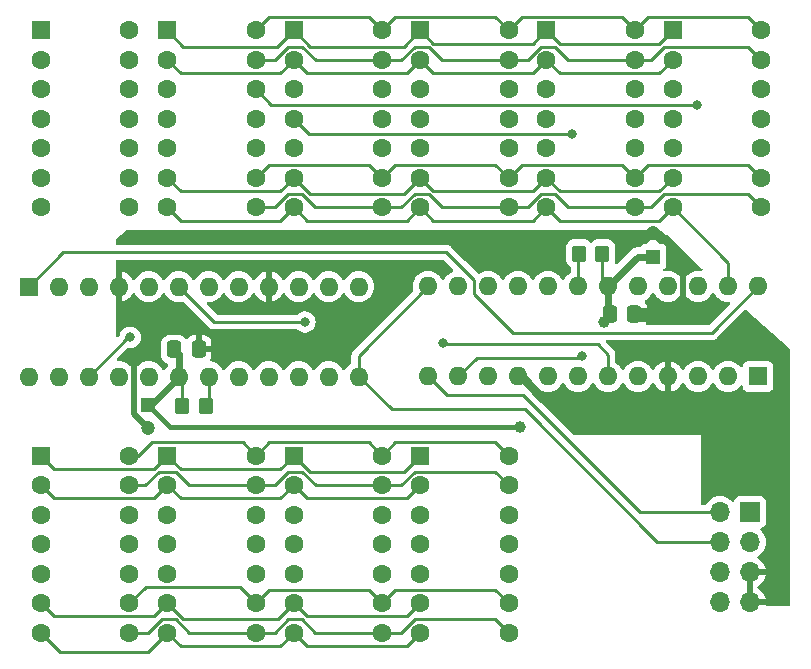
<source format=gtl>
G04 #@! TF.GenerationSoftware,KiCad,Pcbnew,7.0.5*
G04 #@! TF.CreationDate,2024-02-16T17:04:07-05:00*
G04 #@! TF.ProjectId,SoyuzLedBoard,536f7975-7a4c-4656-9442-6f6172642e6b,rev?*
G04 #@! TF.SameCoordinates,Original*
G04 #@! TF.FileFunction,Copper,L1,Top*
G04 #@! TF.FilePolarity,Positive*
%FSLAX46Y46*%
G04 Gerber Fmt 4.6, Leading zero omitted, Abs format (unit mm)*
G04 Created by KiCad (PCBNEW 7.0.5) date 2024-02-16 17:04:07*
%MOMM*%
%LPD*%
G01*
G04 APERTURE LIST*
G04 Aperture macros list*
%AMRoundRect*
0 Rectangle with rounded corners*
0 $1 Rounding radius*
0 $2 $3 $4 $5 $6 $7 $8 $9 X,Y pos of 4 corners*
0 Add a 4 corners polygon primitive as box body*
4,1,4,$2,$3,$4,$5,$6,$7,$8,$9,$2,$3,0*
0 Add four circle primitives for the rounded corners*
1,1,$1+$1,$2,$3*
1,1,$1+$1,$4,$5*
1,1,$1+$1,$6,$7*
1,1,$1+$1,$8,$9*
0 Add four rect primitives between the rounded corners*
20,1,$1+$1,$2,$3,$4,$5,0*
20,1,$1+$1,$4,$5,$6,$7,0*
20,1,$1+$1,$6,$7,$8,$9,0*
20,1,$1+$1,$8,$9,$2,$3,0*%
G04 Aperture macros list end*
G04 #@! TA.AperFunction,ComponentPad*
%ADD10R,1.600000X1.600000*%
G04 #@! TD*
G04 #@! TA.AperFunction,ComponentPad*
%ADD11C,1.600000*%
G04 #@! TD*
G04 #@! TA.AperFunction,SMDPad,CuDef*
%ADD12RoundRect,0.250000X-0.350000X-0.450000X0.350000X-0.450000X0.350000X0.450000X-0.350000X0.450000X0*%
G04 #@! TD*
G04 #@! TA.AperFunction,SMDPad,CuDef*
%ADD13RoundRect,0.250000X0.350000X0.450000X-0.350000X0.450000X-0.350000X-0.450000X0.350000X-0.450000X0*%
G04 #@! TD*
G04 #@! TA.AperFunction,SMDPad,CuDef*
%ADD14RoundRect,0.250000X-0.337500X-0.475000X0.337500X-0.475000X0.337500X0.475000X-0.337500X0.475000X0*%
G04 #@! TD*
G04 #@! TA.AperFunction,ComponentPad*
%ADD15O,1.600000X1.600000*%
G04 #@! TD*
G04 #@! TA.AperFunction,ComponentPad*
%ADD16R,1.200000X1.200000*%
G04 #@! TD*
G04 #@! TA.AperFunction,ComponentPad*
%ADD17C,1.200000*%
G04 #@! TD*
G04 #@! TA.AperFunction,ComponentPad*
%ADD18R,1.700000X1.700000*%
G04 #@! TD*
G04 #@! TA.AperFunction,ComponentPad*
%ADD19O,1.700000X1.700000*%
G04 #@! TD*
G04 #@! TA.AperFunction,ViaPad*
%ADD20C,1.000000*%
G04 #@! TD*
G04 #@! TA.AperFunction,ViaPad*
%ADD21C,0.800000*%
G04 #@! TD*
G04 #@! TA.AperFunction,Conductor*
%ADD22C,0.800000*%
G04 #@! TD*
G04 #@! TA.AperFunction,Conductor*
%ADD23C,0.600000*%
G04 #@! TD*
G04 #@! TA.AperFunction,Conductor*
%ADD24C,0.400000*%
G04 #@! TD*
G04 #@! TA.AperFunction,Conductor*
%ADD25C,0.250000*%
G04 #@! TD*
G04 #@! TA.AperFunction,Conductor*
%ADD26C,0.500000*%
G04 #@! TD*
G04 #@! TA.AperFunction,Conductor*
%ADD27C,0.550000*%
G04 #@! TD*
G04 APERTURE END LIST*
D10*
X120750000Y-28400000D03*
D11*
X120750000Y-30900000D03*
X120750000Y-33400000D03*
X120750000Y-35900000D03*
X120750000Y-38400000D03*
X120750000Y-40900000D03*
X120750000Y-43400000D03*
X128250000Y-43400000D03*
X128250000Y-40900000D03*
X128250000Y-38400000D03*
X128250000Y-35900000D03*
X128250000Y-33400000D03*
X128250000Y-30900000D03*
X128250000Y-28400000D03*
D10*
X110050000Y-28400000D03*
D11*
X110050000Y-30900000D03*
X110050000Y-33400000D03*
X110050000Y-35900000D03*
X110050000Y-38400000D03*
X110050000Y-40900000D03*
X110050000Y-43400000D03*
X117550000Y-43400000D03*
X117550000Y-40900000D03*
X117550000Y-38400000D03*
X117550000Y-35900000D03*
X117550000Y-33400000D03*
X117550000Y-30900000D03*
X117550000Y-28400000D03*
D10*
X99350000Y-28400000D03*
D11*
X99350000Y-30900000D03*
X99350000Y-33400000D03*
X99350000Y-35900000D03*
X99350000Y-38400000D03*
X99350000Y-40900000D03*
X99350000Y-43400000D03*
X106850000Y-43400000D03*
X106850000Y-40900000D03*
X106850000Y-38400000D03*
X106850000Y-35900000D03*
X106850000Y-33400000D03*
X106850000Y-30900000D03*
X106850000Y-28400000D03*
D12*
X112800000Y-47300000D03*
X114800000Y-47300000D03*
D13*
X79200000Y-60200000D03*
X81200000Y-60200000D03*
D14*
X78525000Y-55400000D03*
X80600000Y-55400000D03*
D10*
X77950000Y-64400000D03*
D11*
X77950000Y-66900000D03*
X77950000Y-69400000D03*
X77950000Y-71900000D03*
X77950000Y-74400000D03*
X77950000Y-76900000D03*
X77950000Y-79400000D03*
X85450000Y-79400000D03*
X85450000Y-76900000D03*
X85450000Y-74400000D03*
X85450000Y-71900000D03*
X85450000Y-69400000D03*
X85450000Y-66900000D03*
X85450000Y-64400000D03*
D10*
X99350000Y-64400000D03*
D11*
X99350000Y-66900000D03*
X99350000Y-69400000D03*
X99350000Y-71900000D03*
X99350000Y-74400000D03*
X99350000Y-76900000D03*
X99350000Y-79400000D03*
X106850000Y-79400000D03*
X106850000Y-76900000D03*
X106850000Y-74400000D03*
X106850000Y-71900000D03*
X106850000Y-69400000D03*
X106850000Y-66900000D03*
X106850000Y-64400000D03*
D10*
X67250000Y-64400000D03*
D11*
X67250000Y-66900000D03*
X67250000Y-69400000D03*
X67250000Y-71900000D03*
X67250000Y-74400000D03*
X67250000Y-76900000D03*
X67250000Y-79400000D03*
X74750000Y-79400000D03*
X74750000Y-76900000D03*
X74750000Y-74400000D03*
X74750000Y-71900000D03*
X74750000Y-69400000D03*
X74750000Y-66900000D03*
X74750000Y-64400000D03*
D10*
X88650000Y-64400000D03*
D11*
X88650000Y-66900000D03*
X88650000Y-69400000D03*
X88650000Y-71900000D03*
X88650000Y-74400000D03*
X88650000Y-76900000D03*
X88650000Y-79400000D03*
X96150000Y-79400000D03*
X96150000Y-76900000D03*
X96150000Y-74400000D03*
X96150000Y-71900000D03*
X96150000Y-69400000D03*
X96150000Y-66900000D03*
X96150000Y-64400000D03*
D10*
X77950000Y-28400000D03*
D11*
X77950000Y-30900000D03*
X77950000Y-33400000D03*
X77950000Y-35900000D03*
X77950000Y-38400000D03*
X77950000Y-40900000D03*
X77950000Y-43400000D03*
X85450000Y-43400000D03*
X85450000Y-40900000D03*
X85450000Y-38400000D03*
X85450000Y-35900000D03*
X85450000Y-33400000D03*
X85450000Y-30900000D03*
X85450000Y-28400000D03*
D14*
X115425000Y-52400000D03*
X117500000Y-52400000D03*
D10*
X88650000Y-28400000D03*
D11*
X88650000Y-30900000D03*
X88650000Y-33400000D03*
X88650000Y-35900000D03*
X88650000Y-38400000D03*
X88650000Y-40900000D03*
X88650000Y-43400000D03*
X96150000Y-43400000D03*
X96150000Y-40900000D03*
X96150000Y-38400000D03*
X96150000Y-35900000D03*
X96150000Y-33400000D03*
X96150000Y-30900000D03*
X96150000Y-28400000D03*
D10*
X67250000Y-28400000D03*
D11*
X67250000Y-30900000D03*
X67250000Y-33400000D03*
X67250000Y-35900000D03*
X67250000Y-38400000D03*
X67250000Y-40900000D03*
X67250000Y-43400000D03*
X74750000Y-43400000D03*
X74750000Y-40900000D03*
X74750000Y-38400000D03*
X74750000Y-35900000D03*
X74750000Y-33400000D03*
X74750000Y-30900000D03*
X74750000Y-28400000D03*
D10*
X66225000Y-50100000D03*
D15*
X68765000Y-50100000D03*
X71305000Y-50100000D03*
X73845000Y-50100000D03*
X76385000Y-50100000D03*
X78925000Y-50100000D03*
X81465000Y-50100000D03*
X84005000Y-50100000D03*
X86545000Y-50100000D03*
X89085000Y-50100000D03*
X91625000Y-50100000D03*
X94165000Y-50100000D03*
X94165000Y-57720000D03*
X91625000Y-57720000D03*
X89085000Y-57720000D03*
X86545000Y-57720000D03*
X84005000Y-57720000D03*
X81465000Y-57720000D03*
X78925000Y-57720000D03*
X76385000Y-57720000D03*
X73845000Y-57720000D03*
X71305000Y-57720000D03*
X68765000Y-57720000D03*
X66225000Y-57720000D03*
D16*
X119100000Y-47572600D03*
D17*
X119100000Y-45572600D03*
D18*
X127275000Y-69200000D03*
D19*
X124735000Y-69200000D03*
X127275000Y-71740000D03*
X124735000Y-71740000D03*
X127275000Y-74280000D03*
X124735000Y-74280000D03*
X127275000Y-76820000D03*
X124735000Y-76820000D03*
D10*
X127975000Y-57700000D03*
D15*
X125435000Y-57700000D03*
X122895000Y-57700000D03*
X120355000Y-57700000D03*
X117815000Y-57700000D03*
X115275000Y-57700000D03*
X112735000Y-57700000D03*
X110195000Y-57700000D03*
X107655000Y-57700000D03*
X105115000Y-57700000D03*
X102575000Y-57700000D03*
X100035000Y-57700000D03*
X100035000Y-50080000D03*
X102575000Y-50080000D03*
X105115000Y-50080000D03*
X107655000Y-50080000D03*
X110195000Y-50080000D03*
X112735000Y-50080000D03*
X115275000Y-50080000D03*
X117815000Y-50080000D03*
X120355000Y-50080000D03*
X122895000Y-50080000D03*
X125435000Y-50080000D03*
X127975000Y-50080000D03*
D16*
X76300000Y-60100000D03*
D17*
X76300000Y-62100000D03*
D20*
X97400000Y-46100000D03*
X97400000Y-50200000D03*
X96100000Y-52100000D03*
D21*
X101300000Y-54900000D03*
X74800000Y-54400000D03*
D20*
X107800000Y-62000000D03*
X114900000Y-53100000D03*
D21*
X120300000Y-55400000D03*
X120200000Y-52400000D03*
X113100000Y-56000000D03*
X112200000Y-37200000D03*
X122800000Y-34700000D03*
X89600000Y-53100000D03*
D22*
X107900000Y-57700000D02*
X109800000Y-59600000D01*
D23*
X107655000Y-57700000D02*
X107900000Y-57700000D01*
D24*
X78200000Y-62000000D02*
X76300000Y-60100000D01*
X107800000Y-62000000D02*
X78200000Y-62000000D01*
D25*
X118000000Y-69200000D02*
X124735000Y-69200000D01*
X108100000Y-59300000D02*
X118000000Y-69200000D01*
X100035000Y-57700000D02*
X101635000Y-59300000D01*
X101635000Y-59300000D02*
X108100000Y-59300000D01*
X96945000Y-60500000D02*
X94165000Y-57720000D01*
X108200000Y-60500000D02*
X96945000Y-60500000D01*
X124735000Y-71740000D02*
X119440000Y-71740000D01*
X119440000Y-71740000D02*
X108200000Y-60500000D01*
X103900000Y-50700000D02*
X107200000Y-54000000D01*
X107200000Y-54000000D02*
X124055000Y-54000000D01*
X124055000Y-54000000D02*
X127975000Y-50080000D01*
X101575991Y-47200000D02*
X103900000Y-49524009D01*
X103900000Y-49524009D02*
X103900000Y-50700000D01*
X69125000Y-47200000D02*
X101575991Y-47200000D01*
X66225000Y-50100000D02*
X69125000Y-47200000D01*
X115275000Y-55875000D02*
X115275000Y-57700000D01*
X101300000Y-54900000D02*
X101400000Y-55000000D01*
X101400000Y-55000000D02*
X114400000Y-55000000D01*
X114400000Y-55000000D02*
X115275000Y-55875000D01*
X89950000Y-37200000D02*
X88650000Y-35900000D01*
X112200000Y-37200000D02*
X89950000Y-37200000D01*
X77950000Y-64400000D02*
X79075000Y-65525000D01*
X88650000Y-64400000D02*
X90025000Y-65775000D01*
X76825000Y-65525000D02*
X77950000Y-64400000D01*
X68375000Y-65525000D02*
X76825000Y-65525000D01*
X79075000Y-65525000D02*
X87525000Y-65525000D01*
X90025000Y-65775000D02*
X97975000Y-65775000D01*
X87525000Y-65525000D02*
X88650000Y-64400000D01*
X67250000Y-64400000D02*
X68375000Y-65525000D01*
X97975000Y-65775000D02*
X99350000Y-64400000D01*
X87525000Y-68025000D02*
X88650000Y-66900000D01*
X68375000Y-68025000D02*
X76825000Y-68025000D01*
X98225000Y-68025000D02*
X99350000Y-66900000D01*
X67250000Y-66900000D02*
X68375000Y-68025000D01*
X88650000Y-66900000D02*
X89775000Y-68025000D01*
X79075000Y-68025000D02*
X87525000Y-68025000D01*
X77950000Y-66900000D02*
X79075000Y-68025000D01*
X89775000Y-68025000D02*
X98225000Y-68025000D01*
X76825000Y-68025000D02*
X77950000Y-66900000D01*
X67250000Y-79400000D02*
X68850000Y-81000000D01*
X77950000Y-79400000D02*
X79075000Y-80525000D01*
X87525000Y-80525000D02*
X88650000Y-79400000D01*
X79075000Y-80525000D02*
X87525000Y-80525000D01*
X88650000Y-79400000D02*
X89775000Y-80525000D01*
X76350000Y-81000000D02*
X77950000Y-79400000D01*
X68850000Y-81000000D02*
X76350000Y-81000000D01*
X89775000Y-80525000D02*
X98225000Y-80525000D01*
X98225000Y-80525000D02*
X99350000Y-79400000D01*
X79800000Y-79400000D02*
X85450000Y-79400000D01*
X97759009Y-79400000D02*
X98884009Y-78275000D01*
X74750000Y-79400000D02*
X76359009Y-79400000D01*
X89375000Y-78275000D02*
X90500000Y-79400000D01*
X88184009Y-78275000D02*
X89375000Y-78275000D01*
X85450000Y-79400000D02*
X87059009Y-79400000D01*
X98884009Y-78275000D02*
X105725000Y-78275000D01*
X90500000Y-79400000D02*
X96150000Y-79400000D01*
X87059009Y-79400000D02*
X88184009Y-78275000D01*
X78675000Y-78275000D02*
X79800000Y-79400000D01*
X76359009Y-79400000D02*
X77484009Y-78275000D01*
X77484009Y-78275000D02*
X78675000Y-78275000D01*
X105725000Y-78275000D02*
X106850000Y-79400000D01*
X96150000Y-79400000D02*
X97759009Y-79400000D01*
X105725000Y-75775000D02*
X106850000Y-76900000D01*
X84075000Y-75525000D02*
X85450000Y-76900000D01*
X97275000Y-75775000D02*
X105725000Y-75775000D01*
X86575000Y-75775000D02*
X95025000Y-75775000D01*
X95025000Y-75775000D02*
X96150000Y-76900000D01*
X74625000Y-54400000D02*
X71305000Y-57720000D01*
X76125000Y-75525000D02*
X84075000Y-75525000D01*
X74800000Y-54400000D02*
X74625000Y-54400000D01*
X74750000Y-76900000D02*
X76125000Y-75525000D01*
X96150000Y-76900000D02*
X97275000Y-75775000D01*
X85450000Y-76900000D02*
X86575000Y-75775000D01*
X98884009Y-65775000D02*
X105725000Y-65775000D01*
X74750000Y-66900000D02*
X76100000Y-66900000D01*
X105725000Y-65775000D02*
X106850000Y-66900000D01*
X85450000Y-66900000D02*
X87059009Y-66900000D01*
X76100000Y-66900000D02*
X77225000Y-65775000D01*
X89388604Y-65775000D02*
X90513604Y-66900000D01*
X78688604Y-65775000D02*
X79813604Y-66900000D01*
X88184009Y-65775000D02*
X89388604Y-65775000D01*
X79813604Y-66900000D02*
X85450000Y-66900000D01*
X90513604Y-66900000D02*
X96150000Y-66900000D01*
X77225000Y-65775000D02*
X78688604Y-65775000D01*
X96150000Y-66900000D02*
X97759009Y-66900000D01*
X97759009Y-66900000D02*
X98884009Y-65775000D01*
X87059009Y-66900000D02*
X88184009Y-65775000D01*
X106850000Y-64400000D02*
X105725000Y-63275000D01*
X76625000Y-63275000D02*
X84325000Y-63275000D01*
X105725000Y-63275000D02*
X97275000Y-63275000D01*
X97275000Y-63275000D02*
X96150000Y-64400000D01*
X85450000Y-64400000D02*
X86575000Y-63275000D01*
X74750000Y-64400000D02*
X75500000Y-64400000D01*
X84325000Y-63275000D02*
X85450000Y-64400000D01*
X95025000Y-63275000D02*
X96150000Y-64400000D01*
X86575000Y-63275000D02*
X95025000Y-63275000D01*
X75500000Y-64400000D02*
X76625000Y-63275000D01*
X94165000Y-55950000D02*
X100035000Y-50080000D01*
X94165000Y-57720000D02*
X94165000Y-55950000D01*
X87350000Y-78200000D02*
X88650000Y-76900000D01*
X76825000Y-78025000D02*
X77950000Y-76900000D01*
X98225000Y-78025000D02*
X99350000Y-76900000D01*
X77950000Y-76900000D02*
X79250000Y-78200000D01*
X68375000Y-78025000D02*
X76825000Y-78025000D01*
X89775000Y-78025000D02*
X98225000Y-78025000D01*
X88650000Y-76900000D02*
X89775000Y-78025000D01*
X67250000Y-76900000D02*
X68375000Y-78025000D01*
X79250000Y-78200000D02*
X87350000Y-78200000D01*
D23*
X119100000Y-47572600D02*
X117782400Y-47572600D01*
D25*
X114800000Y-47300000D02*
X114800000Y-49605000D01*
D23*
X115275000Y-50080000D02*
X115275000Y-52250000D01*
D24*
X115425000Y-52400000D02*
X115425000Y-52575000D01*
D23*
X78925000Y-55800000D02*
X78525000Y-55400000D01*
D25*
X79200000Y-57995000D02*
X78925000Y-57720000D01*
D23*
X78925000Y-57720000D02*
X78925000Y-55800000D01*
D25*
X114800000Y-49605000D02*
X115275000Y-50080000D01*
D24*
X115275000Y-52250000D02*
X115425000Y-52400000D01*
D23*
X117782400Y-47572600D02*
X115275000Y-50080000D01*
D25*
X79200000Y-60200000D02*
X79200000Y-57995000D01*
D24*
X115425000Y-52575000D02*
X114900000Y-53100000D01*
D23*
X76545000Y-60100000D02*
X78925000Y-57720000D01*
D24*
X76300000Y-60100000D02*
X76545000Y-60100000D01*
D26*
X118527400Y-45572600D02*
X118000000Y-46100000D01*
X121555000Y-51045000D02*
X120200000Y-52400000D01*
X75185000Y-60985000D02*
X75100000Y-60900000D01*
X119100000Y-45572600D02*
X119586300Y-45572600D01*
X121555000Y-47541300D02*
X121605000Y-47591300D01*
D24*
X117500000Y-52400000D02*
X117900000Y-52800000D01*
X117900000Y-52800000D02*
X119100000Y-52800000D01*
X117800000Y-52100000D02*
X118800000Y-52100000D01*
X80600000Y-55400000D02*
X80600000Y-54800000D01*
D26*
X76300000Y-62100000D02*
X75185000Y-60985000D01*
X121605000Y-47591300D02*
X121605000Y-50995000D01*
D27*
X119100000Y-45572600D02*
X117427400Y-45572600D01*
D24*
X119100000Y-45572600D02*
X118527400Y-45572600D01*
D26*
X121605000Y-50995000D02*
X121555000Y-51045000D01*
X75100000Y-60900000D02*
X75100000Y-56300000D01*
D24*
X117427400Y-45572600D02*
X117100000Y-45900000D01*
D26*
X119586300Y-45572600D02*
X121555000Y-47541300D01*
D25*
X112800000Y-47300000D02*
X112735000Y-47365000D01*
X112735000Y-47365000D02*
X112735000Y-50080000D01*
X81465000Y-59935000D02*
X81200000Y-60200000D01*
X81465000Y-57720000D02*
X81465000Y-59935000D01*
X104150201Y-56124799D02*
X102575000Y-57700000D01*
X113100000Y-56000000D02*
X112975201Y-56124799D01*
X112975201Y-56124799D02*
X104150201Y-56124799D01*
X122800000Y-34700000D02*
X86750000Y-34700000D01*
X86750000Y-34700000D02*
X85450000Y-33400000D01*
X78925000Y-50100000D02*
X81925000Y-53100000D01*
X81925000Y-53100000D02*
X89600000Y-53100000D01*
X99350000Y-28400000D02*
X100475000Y-29525000D01*
X108925000Y-29525000D02*
X110050000Y-28400000D01*
X77950000Y-28400000D02*
X79325000Y-29775000D01*
X87275000Y-29775000D02*
X88650000Y-28400000D01*
X90025000Y-29775000D02*
X97975000Y-29775000D01*
X111175000Y-29525000D02*
X119625000Y-29525000D01*
X119625000Y-29525000D02*
X120750000Y-28400000D01*
X110050000Y-28400000D02*
X111175000Y-29525000D01*
X100475000Y-29525000D02*
X108925000Y-29525000D01*
X79325000Y-29775000D02*
X87275000Y-29775000D01*
X88650000Y-28400000D02*
X90025000Y-29775000D01*
X97975000Y-29775000D02*
X99350000Y-28400000D01*
X88650000Y-30900000D02*
X89775000Y-32025000D01*
X77950000Y-30900000D02*
X79075000Y-32025000D01*
X119625000Y-32025000D02*
X120750000Y-30900000D01*
X79075000Y-32025000D02*
X87525000Y-32025000D01*
X98225000Y-32025000D02*
X99350000Y-30900000D01*
X99350000Y-30900000D02*
X100475000Y-32025000D01*
X108925000Y-32025000D02*
X110050000Y-30900000D01*
X100475000Y-32025000D02*
X108925000Y-32025000D01*
X87525000Y-32025000D02*
X88650000Y-30900000D01*
X110050000Y-30900000D02*
X111175000Y-32025000D01*
X111175000Y-32025000D02*
X119625000Y-32025000D01*
X89775000Y-32025000D02*
X98225000Y-32025000D01*
X89775000Y-44525000D02*
X98225000Y-44525000D01*
X125435000Y-50080000D02*
X125435000Y-48085000D01*
X98225000Y-44525000D02*
X99350000Y-43400000D01*
X88650000Y-43400000D02*
X89775000Y-44525000D01*
X108925000Y-44525000D02*
X110050000Y-43400000D01*
X77950000Y-43400000D02*
X79075000Y-44525000D01*
X79075000Y-44525000D02*
X87525000Y-44525000D01*
X111175000Y-44525000D02*
X119625000Y-44525000D01*
X99350000Y-43400000D02*
X100475000Y-44525000D01*
X87525000Y-44525000D02*
X88650000Y-43400000D01*
X125435000Y-48085000D02*
X120750000Y-43400000D01*
X119625000Y-44525000D02*
X120750000Y-43400000D01*
X110050000Y-43400000D02*
X111175000Y-44525000D01*
X100475000Y-44525000D02*
X108925000Y-44525000D01*
X98884009Y-42275000D02*
X100088604Y-42275000D01*
X108459009Y-43400000D02*
X109584009Y-42275000D01*
X106850000Y-43400000D02*
X108459009Y-43400000D01*
X101213604Y-43400000D02*
X106850000Y-43400000D01*
X85450000Y-43400000D02*
X87059009Y-43400000D01*
X109584009Y-42275000D02*
X110775000Y-42275000D01*
X87059009Y-43400000D02*
X88184009Y-42275000D01*
X110775000Y-42275000D02*
X111900000Y-43400000D01*
X90500000Y-43400000D02*
X96150000Y-43400000D01*
X89375000Y-42275000D02*
X90500000Y-43400000D01*
X111900000Y-43400000D02*
X117550000Y-43400000D01*
X100088604Y-42275000D02*
X101213604Y-43400000D01*
X117550000Y-43400000D02*
X118886396Y-43400000D01*
X97759009Y-43400000D02*
X98884009Y-42275000D01*
X88184009Y-42275000D02*
X89375000Y-42275000D01*
X96150000Y-43400000D02*
X97759009Y-43400000D01*
X127125000Y-42275000D02*
X128250000Y-43400000D01*
X120011396Y-42275000D02*
X127125000Y-42275000D01*
X118886396Y-43400000D02*
X120011396Y-42275000D01*
X117550000Y-40900000D02*
X118675000Y-39775000D01*
X86575000Y-39775000D02*
X95025000Y-39775000D01*
X107975000Y-39775000D02*
X116425000Y-39775000D01*
X85450000Y-40900000D02*
X86575000Y-39775000D01*
X106850000Y-40900000D02*
X107975000Y-39775000D01*
X127125000Y-39775000D02*
X128250000Y-40900000D01*
X97275000Y-39775000D02*
X105725000Y-39775000D01*
X105725000Y-39775000D02*
X106850000Y-40900000D01*
X95025000Y-39775000D02*
X96150000Y-40900000D01*
X96150000Y-40900000D02*
X97275000Y-39775000D01*
X116425000Y-39775000D02*
X117550000Y-40900000D01*
X118675000Y-39775000D02*
X127125000Y-39775000D01*
X85450000Y-30900000D02*
X87059009Y-30900000D01*
X111913604Y-30900000D02*
X117550000Y-30900000D01*
X101213604Y-30900000D02*
X106850000Y-30900000D01*
X87059009Y-30900000D02*
X88184009Y-29775000D01*
X109584009Y-29775000D02*
X110788604Y-29775000D01*
X97759009Y-30900000D02*
X98884009Y-29775000D01*
X98884009Y-29775000D02*
X100088604Y-29775000D01*
X108459009Y-30900000D02*
X109584009Y-29775000D01*
X96150000Y-30900000D02*
X97759009Y-30900000D01*
X127125000Y-29775000D02*
X120025000Y-29775000D01*
X128250000Y-30900000D02*
X127125000Y-29775000D01*
X118900000Y-30900000D02*
X117550000Y-30900000D01*
X90513604Y-30900000D02*
X96150000Y-30900000D01*
X120025000Y-29775000D02*
X118900000Y-30900000D01*
X110788604Y-29775000D02*
X111913604Y-30900000D01*
X100088604Y-29775000D02*
X101213604Y-30900000D01*
X89388604Y-29775000D02*
X90513604Y-30900000D01*
X88184009Y-29775000D02*
X89388604Y-29775000D01*
X106850000Y-30900000D02*
X108459009Y-30900000D01*
X85450000Y-28400000D02*
X86575000Y-27275000D01*
X118675000Y-27275000D02*
X127125000Y-27275000D01*
X117550000Y-28400000D02*
X118675000Y-27275000D01*
X96150000Y-28400000D02*
X97275000Y-27275000D01*
X95025000Y-27275000D02*
X96150000Y-28400000D01*
X127125000Y-27275000D02*
X128250000Y-28400000D01*
X106850000Y-28400000D02*
X107975000Y-27275000D01*
X105725000Y-27275000D02*
X106850000Y-28400000D01*
X86575000Y-27275000D02*
X95025000Y-27275000D01*
X107975000Y-27275000D02*
X116425000Y-27275000D01*
X97275000Y-27275000D02*
X105725000Y-27275000D01*
X116425000Y-27275000D02*
X117550000Y-28400000D01*
X88650000Y-40900000D02*
X90025000Y-42275000D01*
X100475000Y-42025000D02*
X108925000Y-42025000D01*
X119625000Y-42025000D02*
X120750000Y-40900000D01*
X97975000Y-42275000D02*
X99350000Y-40900000D01*
X99350000Y-40900000D02*
X100475000Y-42025000D01*
X79075000Y-42025000D02*
X77950000Y-40900000D01*
X110050000Y-40900000D02*
X111175000Y-42025000D01*
X90025000Y-42275000D02*
X97975000Y-42275000D01*
X87525000Y-42025000D02*
X79075000Y-42025000D01*
X88650000Y-40900000D02*
X87525000Y-42025000D01*
X108925000Y-42025000D02*
X110050000Y-40900000D01*
X111175000Y-42025000D02*
X119625000Y-42025000D01*
G04 #@! TA.AperFunction,Conductor*
G36*
X126953441Y-52088661D02*
G01*
X126992909Y-52112541D01*
X130658806Y-55401320D01*
X130695561Y-55460739D01*
X130700000Y-55493619D01*
X130700000Y-76993267D01*
X130680315Y-77060306D01*
X130627511Y-77106061D01*
X130576106Y-77117267D01*
X128704387Y-77118865D01*
X128637331Y-77099238D01*
X128605904Y-77070350D01*
X128605635Y-77070000D01*
X127708686Y-77070000D01*
X127734493Y-77029844D01*
X127775000Y-76891889D01*
X127775000Y-76748111D01*
X127734493Y-76610156D01*
X127708686Y-76570000D01*
X128605636Y-76570000D01*
X128605635Y-76569999D01*
X128548432Y-76356513D01*
X128548429Y-76356507D01*
X128448600Y-76142422D01*
X128448599Y-76142420D01*
X128313113Y-75948926D01*
X128313108Y-75948920D01*
X128146078Y-75781890D01*
X127959968Y-75651573D01*
X127916343Y-75596996D01*
X127909151Y-75527498D01*
X127940673Y-75465143D01*
X127959969Y-75448424D01*
X128146079Y-75318108D01*
X128313105Y-75151082D01*
X128448600Y-74957578D01*
X128548429Y-74743492D01*
X128548432Y-74743486D01*
X128605636Y-74530000D01*
X127708686Y-74530000D01*
X127734493Y-74489844D01*
X127775000Y-74351889D01*
X127775000Y-74208111D01*
X127734493Y-74070156D01*
X127708686Y-74030000D01*
X128605636Y-74030000D01*
X128605635Y-74029999D01*
X128548432Y-73816513D01*
X128548429Y-73816507D01*
X128448600Y-73602422D01*
X128448599Y-73602420D01*
X128313113Y-73408926D01*
X128313108Y-73408920D01*
X128146078Y-73241890D01*
X127960405Y-73111879D01*
X127916780Y-73057302D01*
X127909588Y-72987804D01*
X127941110Y-72925449D01*
X127960406Y-72908730D01*
X127972807Y-72900047D01*
X128146401Y-72778495D01*
X128313495Y-72611401D01*
X128449035Y-72417830D01*
X128548903Y-72203663D01*
X128610063Y-71975408D01*
X128630659Y-71740000D01*
X128610063Y-71504592D01*
X128548903Y-71276337D01*
X128449035Y-71062171D01*
X128448651Y-71061623D01*
X128313496Y-70868600D01*
X128313493Y-70868597D01*
X128191567Y-70746671D01*
X128158084Y-70685351D01*
X128163068Y-70615659D01*
X128204939Y-70559725D01*
X128235915Y-70542810D01*
X128367331Y-70493796D01*
X128482546Y-70407546D01*
X128568796Y-70292331D01*
X128619091Y-70157483D01*
X128625500Y-70097873D01*
X128625499Y-68302128D01*
X128619091Y-68242517D01*
X128617810Y-68239083D01*
X128568797Y-68107671D01*
X128568793Y-68107664D01*
X128482547Y-67992455D01*
X128482544Y-67992452D01*
X128367335Y-67906206D01*
X128367328Y-67906202D01*
X128232482Y-67855908D01*
X128232483Y-67855908D01*
X128172883Y-67849501D01*
X128172881Y-67849500D01*
X128172873Y-67849500D01*
X128172864Y-67849500D01*
X126377129Y-67849500D01*
X126377123Y-67849501D01*
X126317516Y-67855908D01*
X126182671Y-67906202D01*
X126182664Y-67906206D01*
X126067455Y-67992452D01*
X126067452Y-67992455D01*
X125981206Y-68107664D01*
X125981203Y-68107669D01*
X125932189Y-68239083D01*
X125890317Y-68295016D01*
X125824853Y-68319433D01*
X125756580Y-68304581D01*
X125728326Y-68283430D01*
X125606402Y-68161506D01*
X125606395Y-68161501D01*
X125412834Y-68025967D01*
X125412830Y-68025965D01*
X125412828Y-68025964D01*
X125198663Y-67926097D01*
X125198659Y-67926096D01*
X125198655Y-67926094D01*
X124970413Y-67864938D01*
X124970403Y-67864936D01*
X124735001Y-67844341D01*
X124734999Y-67844341D01*
X124499596Y-67864936D01*
X124499586Y-67864938D01*
X124271344Y-67926094D01*
X124271335Y-67926098D01*
X124057171Y-68025964D01*
X124057169Y-68025965D01*
X123863597Y-68161505D01*
X123696505Y-68328597D01*
X123561348Y-68521623D01*
X123506771Y-68565248D01*
X123459773Y-68574500D01*
X123224000Y-68574500D01*
X123156961Y-68554815D01*
X123111206Y-68502011D01*
X123100000Y-68450500D01*
X123100000Y-62703847D01*
X112436370Y-62700456D01*
X112369336Y-62680750D01*
X112348728Y-62664137D01*
X108600803Y-58916212D01*
X108590980Y-58903950D01*
X108590759Y-58904134D01*
X108585786Y-58898122D01*
X108536065Y-58851431D01*
X108534663Y-58850072D01*
X108526710Y-58842118D01*
X108493229Y-58780793D01*
X108498218Y-58711101D01*
X108526716Y-58666762D01*
X108654657Y-58538820D01*
X108785132Y-58352484D01*
X108812341Y-58294134D01*
X108858513Y-58241695D01*
X108925707Y-58222542D01*
X108992588Y-58242757D01*
X109037106Y-58294133D01*
X109064431Y-58352732D01*
X109064432Y-58352734D01*
X109194954Y-58539141D01*
X109355858Y-58700045D01*
X109355861Y-58700047D01*
X109542266Y-58830568D01*
X109748504Y-58926739D01*
X109968308Y-58985635D01*
X110125780Y-58999412D01*
X110194998Y-59005468D01*
X110195000Y-59005468D01*
X110195002Y-59005468D01*
X110264220Y-58999412D01*
X110421692Y-58985635D01*
X110641496Y-58926739D01*
X110847734Y-58830568D01*
X111034139Y-58700047D01*
X111195047Y-58539139D01*
X111325568Y-58352734D01*
X111352618Y-58294724D01*
X111398790Y-58242285D01*
X111465983Y-58223133D01*
X111532865Y-58243348D01*
X111577382Y-58294725D01*
X111604429Y-58352728D01*
X111604432Y-58352734D01*
X111734954Y-58539141D01*
X111895858Y-58700045D01*
X111895861Y-58700047D01*
X112082266Y-58830568D01*
X112288504Y-58926739D01*
X112508308Y-58985635D01*
X112665780Y-58999412D01*
X112734998Y-59005468D01*
X112735000Y-59005468D01*
X112735002Y-59005468D01*
X112804220Y-58999412D01*
X112961692Y-58985635D01*
X113181496Y-58926739D01*
X113387734Y-58830568D01*
X113574139Y-58700047D01*
X113735047Y-58539139D01*
X113865568Y-58352734D01*
X113892618Y-58294724D01*
X113938790Y-58242285D01*
X114005983Y-58223133D01*
X114072865Y-58243348D01*
X114117382Y-58294725D01*
X114144429Y-58352728D01*
X114144432Y-58352734D01*
X114274954Y-58539141D01*
X114435858Y-58700045D01*
X114435861Y-58700047D01*
X114622266Y-58830568D01*
X114828504Y-58926739D01*
X115048308Y-58985635D01*
X115205780Y-58999412D01*
X115274998Y-59005468D01*
X115275000Y-59005468D01*
X115275002Y-59005468D01*
X115344220Y-58999412D01*
X115501692Y-58985635D01*
X115721496Y-58926739D01*
X115927734Y-58830568D01*
X116114139Y-58700047D01*
X116275047Y-58539139D01*
X116405568Y-58352734D01*
X116432618Y-58294724D01*
X116478790Y-58242285D01*
X116545983Y-58223133D01*
X116612865Y-58243348D01*
X116657382Y-58294725D01*
X116684429Y-58352728D01*
X116684432Y-58352734D01*
X116814954Y-58539141D01*
X116975858Y-58700045D01*
X116975861Y-58700047D01*
X117162266Y-58830568D01*
X117368504Y-58926739D01*
X117588308Y-58985635D01*
X117745780Y-58999412D01*
X117814998Y-59005468D01*
X117815000Y-59005468D01*
X117815002Y-59005468D01*
X117884220Y-58999412D01*
X118041692Y-58985635D01*
X118261496Y-58926739D01*
X118467734Y-58830568D01*
X118654139Y-58700047D01*
X118815047Y-58539139D01*
X118945568Y-58352734D01*
X118972895Y-58294129D01*
X119019064Y-58241695D01*
X119086257Y-58222542D01*
X119153139Y-58242757D01*
X119197657Y-58294133D01*
X119224865Y-58352482D01*
X119355342Y-58538820D01*
X119516179Y-58699657D01*
X119702517Y-58830134D01*
X119908673Y-58926265D01*
X119908679Y-58926268D01*
X120104998Y-58978871D01*
X120104999Y-58978871D01*
X120104999Y-58015685D01*
X120116955Y-58027641D01*
X120229852Y-58085165D01*
X120323519Y-58100000D01*
X120386481Y-58100000D01*
X120480148Y-58085165D01*
X120593045Y-58027641D01*
X120605000Y-58015685D01*
X120605000Y-58978872D01*
X120801317Y-58926269D01*
X120801326Y-58926265D01*
X121007482Y-58830134D01*
X121193820Y-58699657D01*
X121354657Y-58538820D01*
X121485132Y-58352484D01*
X121512341Y-58294134D01*
X121558513Y-58241695D01*
X121625707Y-58222542D01*
X121692588Y-58242757D01*
X121737106Y-58294133D01*
X121764431Y-58352732D01*
X121764432Y-58352734D01*
X121894954Y-58539141D01*
X122055858Y-58700045D01*
X122055861Y-58700047D01*
X122242266Y-58830568D01*
X122448504Y-58926739D01*
X122668308Y-58985635D01*
X122825780Y-58999412D01*
X122894998Y-59005468D01*
X122895000Y-59005468D01*
X122895002Y-59005468D01*
X122964220Y-58999412D01*
X123121692Y-58985635D01*
X123341496Y-58926739D01*
X123547734Y-58830568D01*
X123734139Y-58700047D01*
X123895047Y-58539139D01*
X124025568Y-58352734D01*
X124052618Y-58294724D01*
X124098790Y-58242285D01*
X124165983Y-58223133D01*
X124232865Y-58243348D01*
X124277382Y-58294725D01*
X124304429Y-58352728D01*
X124304432Y-58352734D01*
X124434954Y-58539141D01*
X124595858Y-58700045D01*
X124595861Y-58700047D01*
X124782266Y-58830568D01*
X124988504Y-58926739D01*
X125208308Y-58985635D01*
X125365780Y-58999412D01*
X125434998Y-59005468D01*
X125435000Y-59005468D01*
X125435002Y-59005468D01*
X125504220Y-58999412D01*
X125661692Y-58985635D01*
X125881496Y-58926739D01*
X126087734Y-58830568D01*
X126274139Y-58700047D01*
X126435047Y-58539139D01*
X126452271Y-58514539D01*
X126506848Y-58470913D01*
X126576346Y-58463718D01*
X126638701Y-58495239D01*
X126674116Y-58555468D01*
X126677138Y-58572406D01*
X126680908Y-58607483D01*
X126731202Y-58742328D01*
X126731206Y-58742335D01*
X126817452Y-58857544D01*
X126817455Y-58857547D01*
X126932664Y-58943793D01*
X126932671Y-58943797D01*
X127067517Y-58994091D01*
X127067516Y-58994091D01*
X127074444Y-58994835D01*
X127127127Y-59000500D01*
X128822872Y-59000499D01*
X128882483Y-58994091D01*
X129017331Y-58943796D01*
X129132546Y-58857546D01*
X129218796Y-58742331D01*
X129269091Y-58607483D01*
X129275500Y-58547873D01*
X129275499Y-56852128D01*
X129269091Y-56792517D01*
X129268925Y-56792073D01*
X129218797Y-56657671D01*
X129218793Y-56657664D01*
X129132547Y-56542455D01*
X129132544Y-56542452D01*
X129017335Y-56456206D01*
X129017328Y-56456202D01*
X128882482Y-56405908D01*
X128882483Y-56405908D01*
X128822883Y-56399501D01*
X128822881Y-56399500D01*
X128822873Y-56399500D01*
X128822864Y-56399500D01*
X127127129Y-56399500D01*
X127127123Y-56399501D01*
X127067516Y-56405908D01*
X126932671Y-56456202D01*
X126932664Y-56456206D01*
X126817455Y-56542452D01*
X126817452Y-56542455D01*
X126731206Y-56657664D01*
X126731202Y-56657671D01*
X126680908Y-56792516D01*
X126677137Y-56827596D01*
X126650398Y-56892146D01*
X126593006Y-56931994D01*
X126523180Y-56934487D01*
X126463092Y-56898834D01*
X126452273Y-56885462D01*
X126435045Y-56860858D01*
X126274141Y-56699954D01*
X126087734Y-56569432D01*
X126087732Y-56569431D01*
X125881497Y-56473261D01*
X125881488Y-56473258D01*
X125661697Y-56414366D01*
X125661693Y-56414365D01*
X125661692Y-56414365D01*
X125661691Y-56414364D01*
X125661686Y-56414364D01*
X125435002Y-56394532D01*
X125434998Y-56394532D01*
X125208313Y-56414364D01*
X125208302Y-56414366D01*
X124988511Y-56473258D01*
X124988502Y-56473261D01*
X124782267Y-56569431D01*
X124782265Y-56569432D01*
X124595858Y-56699954D01*
X124434954Y-56860858D01*
X124304432Y-57047265D01*
X124304431Y-57047267D01*
X124277382Y-57105275D01*
X124231209Y-57157714D01*
X124164016Y-57176866D01*
X124097135Y-57156650D01*
X124052618Y-57105275D01*
X124025568Y-57047266D01*
X123907900Y-56879217D01*
X123895045Y-56860858D01*
X123734141Y-56699954D01*
X123547734Y-56569432D01*
X123547732Y-56569431D01*
X123341497Y-56473261D01*
X123341488Y-56473258D01*
X123121697Y-56414366D01*
X123121693Y-56414365D01*
X123121692Y-56414365D01*
X123121691Y-56414364D01*
X123121686Y-56414364D01*
X122895002Y-56394532D01*
X122894998Y-56394532D01*
X122668313Y-56414364D01*
X122668302Y-56414366D01*
X122448511Y-56473258D01*
X122448502Y-56473261D01*
X122242267Y-56569431D01*
X122242265Y-56569432D01*
X122055858Y-56699954D01*
X121894954Y-56860858D01*
X121764433Y-57047264D01*
X121764432Y-57047266D01*
X121764315Y-57047518D01*
X121737106Y-57105867D01*
X121690933Y-57158306D01*
X121623739Y-57177457D01*
X121556858Y-57157241D01*
X121512342Y-57105865D01*
X121485135Y-57047520D01*
X121485134Y-57047518D01*
X121354657Y-56861179D01*
X121193820Y-56700342D01*
X121007482Y-56569865D01*
X120801328Y-56473734D01*
X120605000Y-56421127D01*
X120605000Y-57384314D01*
X120593045Y-57372359D01*
X120480148Y-57314835D01*
X120386481Y-57300000D01*
X120323519Y-57300000D01*
X120229852Y-57314835D01*
X120116955Y-57372359D01*
X120104999Y-57384314D01*
X120104999Y-56421127D01*
X119908672Y-56473734D01*
X119702517Y-56569865D01*
X119516179Y-56700342D01*
X119355342Y-56861179D01*
X119224867Y-57047515D01*
X119197657Y-57105867D01*
X119151484Y-57158306D01*
X119084290Y-57177457D01*
X119017409Y-57157241D01*
X118972893Y-57105865D01*
X118954894Y-57067267D01*
X118945568Y-57047266D01*
X118827900Y-56879217D01*
X118815045Y-56860858D01*
X118654141Y-56699954D01*
X118467734Y-56569432D01*
X118467732Y-56569431D01*
X118261497Y-56473261D01*
X118261488Y-56473258D01*
X118041697Y-56414366D01*
X118041693Y-56414365D01*
X118041692Y-56414365D01*
X118041691Y-56414364D01*
X118041686Y-56414364D01*
X117815002Y-56394532D01*
X117814998Y-56394532D01*
X117588313Y-56414364D01*
X117588302Y-56414366D01*
X117368511Y-56473258D01*
X117368502Y-56473261D01*
X117162267Y-56569431D01*
X117162265Y-56569432D01*
X116975858Y-56699954D01*
X116814954Y-56860858D01*
X116684432Y-57047265D01*
X116684431Y-57047267D01*
X116657382Y-57105275D01*
X116611209Y-57157714D01*
X116544016Y-57176866D01*
X116477135Y-57156650D01*
X116432618Y-57105275D01*
X116405568Y-57047266D01*
X116287900Y-56879217D01*
X116275045Y-56860858D01*
X116114140Y-56699953D01*
X115953377Y-56587386D01*
X115909752Y-56532809D01*
X115900500Y-56485811D01*
X115900500Y-55957742D01*
X115902224Y-55942122D01*
X115901939Y-55942096D01*
X115902673Y-55934333D01*
X115900531Y-55866152D01*
X115900500Y-55864205D01*
X115900500Y-55835654D01*
X115900500Y-55835650D01*
X115899631Y-55828772D01*
X115899172Y-55822943D01*
X115897709Y-55776372D01*
X115892122Y-55757144D01*
X115888174Y-55738084D01*
X115885663Y-55718204D01*
X115868512Y-55674887D01*
X115866619Y-55669358D01*
X115853618Y-55624609D01*
X115853616Y-55624606D01*
X115843423Y-55607371D01*
X115834861Y-55589894D01*
X115827487Y-55571270D01*
X115827486Y-55571268D01*
X115800079Y-55533545D01*
X115796888Y-55528686D01*
X115773172Y-55488583D01*
X115773165Y-55488574D01*
X115759006Y-55474415D01*
X115746368Y-55459619D01*
X115734594Y-55443413D01*
X115698688Y-55413709D01*
X115694376Y-55409786D01*
X115121772Y-54837181D01*
X115088287Y-54775858D01*
X115093271Y-54706166D01*
X115135143Y-54650233D01*
X115200607Y-54625816D01*
X115209453Y-54625500D01*
X123972257Y-54625500D01*
X123987877Y-54627224D01*
X123987904Y-54626939D01*
X123995666Y-54627673D01*
X123995666Y-54627672D01*
X123995667Y-54627673D01*
X123998999Y-54627568D01*
X124063847Y-54625531D01*
X124065794Y-54625500D01*
X124094347Y-54625500D01*
X124094350Y-54625500D01*
X124101228Y-54624630D01*
X124107041Y-54624172D01*
X124153627Y-54622709D01*
X124172869Y-54617117D01*
X124191912Y-54613174D01*
X124211792Y-54610664D01*
X124255122Y-54593507D01*
X124260646Y-54591617D01*
X124272204Y-54588259D01*
X124305390Y-54578618D01*
X124322629Y-54568422D01*
X124340103Y-54559862D01*
X124358727Y-54552488D01*
X124358727Y-54552487D01*
X124358732Y-54552486D01*
X124396449Y-54525082D01*
X124401305Y-54521892D01*
X124441420Y-54498170D01*
X124455589Y-54483999D01*
X124470379Y-54471368D01*
X124486587Y-54459594D01*
X124516299Y-54423676D01*
X124520212Y-54419376D01*
X126822429Y-52117159D01*
X126883749Y-52083677D01*
X126953441Y-52088661D01*
G37*
G04 #@! TD.AperFunction*
G04 #@! TA.AperFunction,Conductor*
G36*
X127525000Y-76384498D02*
G01*
X127417315Y-76335320D01*
X127310763Y-76320000D01*
X127239237Y-76320000D01*
X127132685Y-76335320D01*
X127025000Y-76384498D01*
X127025000Y-74715501D01*
X127132685Y-74764680D01*
X127239237Y-74780000D01*
X127310763Y-74780000D01*
X127417315Y-74764680D01*
X127525000Y-74715501D01*
X127525000Y-76384498D01*
G37*
G04 #@! TD.AperFunction*
G04 #@! TA.AperFunction,Conductor*
G36*
X101332578Y-47845185D02*
G01*
X101353220Y-47861819D01*
X102150699Y-48659298D01*
X102184184Y-48720621D01*
X102179200Y-48790313D01*
X102137328Y-48846246D01*
X102115423Y-48859361D01*
X101922267Y-48949431D01*
X101922265Y-48949432D01*
X101735858Y-49079954D01*
X101574954Y-49240858D01*
X101444432Y-49427265D01*
X101444431Y-49427267D01*
X101417382Y-49485275D01*
X101371209Y-49537714D01*
X101304016Y-49556866D01*
X101237135Y-49536650D01*
X101192618Y-49485275D01*
X101192618Y-49485274D01*
X101165568Y-49427266D01*
X101035047Y-49240861D01*
X101035045Y-49240858D01*
X100874141Y-49079954D01*
X100687734Y-48949432D01*
X100687732Y-48949431D01*
X100481497Y-48853261D01*
X100481488Y-48853258D01*
X100261697Y-48794366D01*
X100261693Y-48794365D01*
X100261692Y-48794365D01*
X100261691Y-48794364D01*
X100261686Y-48794364D01*
X100035002Y-48774532D01*
X100034998Y-48774532D01*
X99808313Y-48794364D01*
X99808302Y-48794366D01*
X99588511Y-48853258D01*
X99588502Y-48853261D01*
X99382267Y-48949431D01*
X99382265Y-48949432D01*
X99195858Y-49079954D01*
X99034954Y-49240858D01*
X98904432Y-49427265D01*
X98904431Y-49427267D01*
X98808261Y-49633502D01*
X98808258Y-49633511D01*
X98749366Y-49853302D01*
X98749364Y-49853313D01*
X98729532Y-50079998D01*
X98729532Y-50080000D01*
X98749365Y-50306691D01*
X98749366Y-50306697D01*
X98767680Y-50375048D01*
X98766017Y-50444897D01*
X98735586Y-50494821D01*
X93781208Y-55449199D01*
X93768951Y-55459020D01*
X93769134Y-55459241D01*
X93763122Y-55464214D01*
X93716432Y-55513932D01*
X93715079Y-55515329D01*
X93694889Y-55535519D01*
X93694877Y-55535532D01*
X93690621Y-55541017D01*
X93686837Y-55545447D01*
X93654937Y-55579418D01*
X93654936Y-55579420D01*
X93645284Y-55596976D01*
X93634610Y-55613226D01*
X93622329Y-55629061D01*
X93622324Y-55629068D01*
X93603815Y-55671838D01*
X93601245Y-55677084D01*
X93578803Y-55717906D01*
X93573822Y-55737307D01*
X93567521Y-55755710D01*
X93559562Y-55774102D01*
X93559561Y-55774105D01*
X93552271Y-55820127D01*
X93551087Y-55825846D01*
X93539501Y-55870972D01*
X93539500Y-55870982D01*
X93539500Y-55891016D01*
X93537973Y-55910415D01*
X93534840Y-55930194D01*
X93534840Y-55930195D01*
X93539225Y-55976583D01*
X93539500Y-55982421D01*
X93539500Y-56505811D01*
X93519815Y-56572850D01*
X93486623Y-56607386D01*
X93325859Y-56719953D01*
X93164954Y-56880858D01*
X93034432Y-57067265D01*
X93034431Y-57067267D01*
X93007382Y-57125275D01*
X92961209Y-57177714D01*
X92894016Y-57196866D01*
X92827135Y-57176650D01*
X92782618Y-57125275D01*
X92755568Y-57067267D01*
X92755567Y-57067265D01*
X92741564Y-57047267D01*
X92625047Y-56880861D01*
X92625045Y-56880858D01*
X92464141Y-56719954D01*
X92277734Y-56589432D01*
X92277732Y-56589431D01*
X92071497Y-56493261D01*
X92071488Y-56493258D01*
X91851697Y-56434366D01*
X91851693Y-56434365D01*
X91851692Y-56434365D01*
X91851691Y-56434364D01*
X91851686Y-56434364D01*
X91625002Y-56414532D01*
X91624998Y-56414532D01*
X91398313Y-56434364D01*
X91398302Y-56434366D01*
X91178511Y-56493258D01*
X91178502Y-56493261D01*
X90972267Y-56589431D01*
X90972265Y-56589432D01*
X90785858Y-56719954D01*
X90624954Y-56880858D01*
X90494432Y-57067265D01*
X90494431Y-57067267D01*
X90467382Y-57125275D01*
X90421209Y-57177714D01*
X90354016Y-57196866D01*
X90287135Y-57176650D01*
X90242618Y-57125275D01*
X90215568Y-57067267D01*
X90215567Y-57067265D01*
X90201564Y-57047267D01*
X90085047Y-56880861D01*
X90085045Y-56880858D01*
X89924141Y-56719954D01*
X89737734Y-56589432D01*
X89737732Y-56589431D01*
X89531497Y-56493261D01*
X89531488Y-56493258D01*
X89311697Y-56434366D01*
X89311693Y-56434365D01*
X89311692Y-56434365D01*
X89311691Y-56434364D01*
X89311686Y-56434364D01*
X89085002Y-56414532D01*
X89084998Y-56414532D01*
X88858313Y-56434364D01*
X88858302Y-56434366D01*
X88638511Y-56493258D01*
X88638502Y-56493261D01*
X88432267Y-56589431D01*
X88432265Y-56589432D01*
X88245858Y-56719954D01*
X88084954Y-56880858D01*
X87954432Y-57067265D01*
X87954431Y-57067267D01*
X87927382Y-57125275D01*
X87881209Y-57177714D01*
X87814016Y-57196866D01*
X87747135Y-57176650D01*
X87702618Y-57125275D01*
X87675568Y-57067267D01*
X87675567Y-57067265D01*
X87661564Y-57047267D01*
X87545047Y-56880861D01*
X87545045Y-56880858D01*
X87384141Y-56719954D01*
X87197734Y-56589432D01*
X87197732Y-56589431D01*
X86991497Y-56493261D01*
X86991488Y-56493258D01*
X86771697Y-56434366D01*
X86771693Y-56434365D01*
X86771692Y-56434365D01*
X86771691Y-56434364D01*
X86771686Y-56434364D01*
X86545002Y-56414532D01*
X86544998Y-56414532D01*
X86318313Y-56434364D01*
X86318302Y-56434366D01*
X86098511Y-56493258D01*
X86098502Y-56493261D01*
X85892267Y-56589431D01*
X85892265Y-56589432D01*
X85705858Y-56719954D01*
X85544954Y-56880858D01*
X85414432Y-57067265D01*
X85414431Y-57067267D01*
X85387382Y-57125275D01*
X85341209Y-57177714D01*
X85274016Y-57196866D01*
X85207135Y-57176650D01*
X85162618Y-57125275D01*
X85135568Y-57067267D01*
X85135567Y-57067265D01*
X85121564Y-57047267D01*
X85005047Y-56880861D01*
X85005045Y-56880858D01*
X84844141Y-56719954D01*
X84657734Y-56589432D01*
X84657732Y-56589431D01*
X84451497Y-56493261D01*
X84451488Y-56493258D01*
X84231697Y-56434366D01*
X84231693Y-56434365D01*
X84231692Y-56434365D01*
X84231691Y-56434364D01*
X84231686Y-56434364D01*
X84005002Y-56414532D01*
X84004998Y-56414532D01*
X83778313Y-56434364D01*
X83778302Y-56434366D01*
X83558511Y-56493258D01*
X83558502Y-56493261D01*
X83352267Y-56589431D01*
X83352265Y-56589432D01*
X83165858Y-56719954D01*
X83004954Y-56880858D01*
X82874432Y-57067265D01*
X82874431Y-57067267D01*
X82847382Y-57125275D01*
X82801209Y-57177714D01*
X82734016Y-57196866D01*
X82667135Y-57176650D01*
X82622618Y-57125275D01*
X82595568Y-57067267D01*
X82595567Y-57067265D01*
X82581564Y-57047267D01*
X82465047Y-56880861D01*
X82465045Y-56880858D01*
X82304141Y-56719954D01*
X82117734Y-56589432D01*
X82117732Y-56589431D01*
X81911497Y-56493261D01*
X81911488Y-56493258D01*
X81691697Y-56434366D01*
X81691693Y-56434365D01*
X81691692Y-56434365D01*
X81691689Y-56434364D01*
X81691679Y-56434363D01*
X81685097Y-56433787D01*
X81620030Y-56408330D01*
X81579055Y-56351736D01*
X81575182Y-56281974D01*
X81590375Y-56245162D01*
X81621855Y-56194125D01*
X81621858Y-56194119D01*
X81677005Y-56027697D01*
X81677006Y-56027690D01*
X81687499Y-55924986D01*
X81687500Y-55924973D01*
X81687500Y-55650000D01*
X80474000Y-55650000D01*
X80406961Y-55630315D01*
X80361206Y-55577511D01*
X80350000Y-55526000D01*
X80350000Y-54175000D01*
X80850000Y-54175000D01*
X80850000Y-55150000D01*
X81687499Y-55150000D01*
X81687499Y-54875028D01*
X81687498Y-54875013D01*
X81677005Y-54772302D01*
X81621858Y-54605880D01*
X81621856Y-54605875D01*
X81529815Y-54456654D01*
X81405845Y-54332684D01*
X81256624Y-54240643D01*
X81256619Y-54240641D01*
X81090197Y-54185494D01*
X81090190Y-54185493D01*
X80987486Y-54175000D01*
X80850000Y-54175000D01*
X80350000Y-54175000D01*
X80212527Y-54175000D01*
X80212512Y-54175001D01*
X80109802Y-54185494D01*
X79943380Y-54240641D01*
X79943375Y-54240643D01*
X79794154Y-54332684D01*
X79670183Y-54456655D01*
X79670179Y-54456660D01*
X79668326Y-54459665D01*
X79666518Y-54461290D01*
X79665702Y-54462323D01*
X79665525Y-54462183D01*
X79616374Y-54506385D01*
X79547411Y-54517601D01*
X79483331Y-54489752D01*
X79457253Y-54459653D01*
X79457217Y-54459594D01*
X79455212Y-54456344D01*
X79331156Y-54332288D01*
X79204287Y-54254035D01*
X79181836Y-54240187D01*
X79181831Y-54240185D01*
X79142376Y-54227111D01*
X79015297Y-54185001D01*
X79015295Y-54185000D01*
X78912510Y-54174500D01*
X78137498Y-54174500D01*
X78137480Y-54174501D01*
X78034703Y-54185000D01*
X78034700Y-54185001D01*
X77868168Y-54240185D01*
X77868163Y-54240187D01*
X77718842Y-54332289D01*
X77594789Y-54456342D01*
X77502687Y-54605663D01*
X77502685Y-54605668D01*
X77487918Y-54650233D01*
X77447501Y-54772203D01*
X77447501Y-54772204D01*
X77447500Y-54772204D01*
X77437000Y-54874983D01*
X77437000Y-55925001D01*
X77437001Y-55925019D01*
X77447500Y-56027796D01*
X77447501Y-56027799D01*
X77502685Y-56194331D01*
X77502687Y-56194336D01*
X77519834Y-56222135D01*
X77594788Y-56343656D01*
X77718844Y-56467712D01*
X77868166Y-56559814D01*
X77961130Y-56590619D01*
X78018575Y-56630392D01*
X78045398Y-56694908D01*
X78033083Y-56763683D01*
X78009807Y-56796006D01*
X77924954Y-56880858D01*
X77794432Y-57067265D01*
X77794431Y-57067267D01*
X77767382Y-57125275D01*
X77721209Y-57177714D01*
X77654016Y-57196866D01*
X77587135Y-57176650D01*
X77542618Y-57125275D01*
X77515568Y-57067267D01*
X77515567Y-57067265D01*
X77501564Y-57047267D01*
X77385047Y-56880861D01*
X77385045Y-56880858D01*
X77224141Y-56719954D01*
X77037734Y-56589432D01*
X77037732Y-56589431D01*
X76831497Y-56493261D01*
X76831488Y-56493258D01*
X76611697Y-56434366D01*
X76611693Y-56434365D01*
X76611692Y-56434365D01*
X76611691Y-56434364D01*
X76611686Y-56434364D01*
X76385002Y-56414532D01*
X76384998Y-56414532D01*
X76158313Y-56434364D01*
X76158302Y-56434366D01*
X75938511Y-56493258D01*
X75938502Y-56493261D01*
X75732267Y-56589431D01*
X75732265Y-56589432D01*
X75545858Y-56719954D01*
X75467532Y-56798279D01*
X75406209Y-56831764D01*
X75378416Y-56834589D01*
X74842505Y-56828384D01*
X74775698Y-56807924D01*
X74756260Y-56792073D01*
X74684141Y-56719954D01*
X74497734Y-56589432D01*
X74497732Y-56589431D01*
X74291497Y-56493261D01*
X74291488Y-56493258D01*
X74071697Y-56434366D01*
X74071693Y-56434365D01*
X74071692Y-56434365D01*
X74071691Y-56434364D01*
X74071686Y-56434364D01*
X73845002Y-56414532D01*
X73844996Y-56414532D01*
X73800895Y-56418390D01*
X73732395Y-56404623D01*
X73682213Y-56356007D01*
X73666280Y-56287978D01*
X73689656Y-56222135D01*
X73702402Y-56207187D01*
X74578359Y-55331230D01*
X74639680Y-55297747D01*
X74691819Y-55297623D01*
X74705354Y-55300500D01*
X74894644Y-55300500D01*
X74894646Y-55300500D01*
X75079803Y-55261144D01*
X75252730Y-55184151D01*
X75405871Y-55072888D01*
X75532533Y-54932216D01*
X75627179Y-54768284D01*
X75685674Y-54588256D01*
X75705460Y-54400000D01*
X75685674Y-54211744D01*
X75627179Y-54031716D01*
X75532533Y-53867784D01*
X75405871Y-53727112D01*
X75404031Y-53725775D01*
X75252734Y-53615851D01*
X75252729Y-53615848D01*
X75079807Y-53538857D01*
X75079802Y-53538855D01*
X74934001Y-53507865D01*
X74894646Y-53499500D01*
X74705354Y-53499500D01*
X74672897Y-53506398D01*
X74520197Y-53538855D01*
X74520192Y-53538857D01*
X74347270Y-53615848D01*
X74347265Y-53615851D01*
X74194129Y-53727111D01*
X74067466Y-53867785D01*
X73972821Y-54031715D01*
X73972819Y-54031719D01*
X73916623Y-54204673D01*
X73886374Y-54254035D01*
X73811679Y-54328729D01*
X73750359Y-54362213D01*
X73680667Y-54357229D01*
X73624733Y-54315358D01*
X73600316Y-54249894D01*
X73600000Y-54241047D01*
X73600000Y-51413962D01*
X73600000Y-50420686D01*
X73606955Y-50427641D01*
X73719852Y-50485165D01*
X73813519Y-50500000D01*
X73876481Y-50500000D01*
X73970148Y-50485165D01*
X74083045Y-50427641D01*
X74095000Y-50415686D01*
X74095000Y-51378872D01*
X74291317Y-51326269D01*
X74291326Y-51326265D01*
X74497482Y-51230134D01*
X74683820Y-51099657D01*
X74844657Y-50938820D01*
X74975132Y-50752484D01*
X75002341Y-50694134D01*
X75048513Y-50641695D01*
X75115707Y-50622542D01*
X75182588Y-50642757D01*
X75227106Y-50694133D01*
X75254431Y-50752732D01*
X75254432Y-50752734D01*
X75384954Y-50939141D01*
X75545858Y-51100045D01*
X75545861Y-51100047D01*
X75732266Y-51230568D01*
X75938504Y-51326739D01*
X76158308Y-51385635D01*
X76315780Y-51399412D01*
X76384998Y-51405468D01*
X76385000Y-51405468D01*
X76385002Y-51405468D01*
X76454220Y-51399412D01*
X76611692Y-51385635D01*
X76831496Y-51326739D01*
X77037734Y-51230568D01*
X77224139Y-51100047D01*
X77385047Y-50939139D01*
X77515568Y-50752734D01*
X77542618Y-50694724D01*
X77588790Y-50642285D01*
X77655983Y-50623133D01*
X77722865Y-50643348D01*
X77767382Y-50694725D01*
X77794429Y-50752728D01*
X77794432Y-50752734D01*
X77924954Y-50939141D01*
X78085858Y-51100045D01*
X78085861Y-51100047D01*
X78272266Y-51230568D01*
X78478504Y-51326739D01*
X78698308Y-51385635D01*
X78855780Y-51399412D01*
X78924998Y-51405468D01*
X78925000Y-51405468D01*
X78925002Y-51405468D01*
X78994220Y-51399412D01*
X79151692Y-51385635D01*
X79220048Y-51367319D01*
X79289896Y-51368980D01*
X79339822Y-51399412D01*
X81424194Y-53483784D01*
X81434019Y-53496048D01*
X81434240Y-53495866D01*
X81439210Y-53501874D01*
X81488949Y-53548582D01*
X81490316Y-53549906D01*
X81510530Y-53570120D01*
X81516004Y-53574366D01*
X81520442Y-53578156D01*
X81554418Y-53610062D01*
X81564948Y-53615851D01*
X81571973Y-53619713D01*
X81588231Y-53630392D01*
X81604064Y-53642674D01*
X81626015Y-53652172D01*
X81646837Y-53661183D01*
X81652081Y-53663752D01*
X81692908Y-53686197D01*
X81712312Y-53691179D01*
X81730710Y-53697478D01*
X81749105Y-53705438D01*
X81795129Y-53712726D01*
X81800832Y-53713907D01*
X81845981Y-53725500D01*
X81866016Y-53725500D01*
X81885413Y-53727026D01*
X81905196Y-53730160D01*
X81951583Y-53725775D01*
X81957422Y-53725500D01*
X88896252Y-53725500D01*
X88963291Y-53745185D01*
X88988400Y-53766526D01*
X88994126Y-53772885D01*
X88994130Y-53772889D01*
X89147265Y-53884148D01*
X89147270Y-53884151D01*
X89320192Y-53961142D01*
X89320197Y-53961144D01*
X89505354Y-54000500D01*
X89505355Y-54000500D01*
X89694644Y-54000500D01*
X89694646Y-54000500D01*
X89879803Y-53961144D01*
X90052730Y-53884151D01*
X90205871Y-53772888D01*
X90332533Y-53632216D01*
X90427179Y-53468284D01*
X90485674Y-53288256D01*
X90505460Y-53100000D01*
X90485674Y-52911744D01*
X90427179Y-52731716D01*
X90332533Y-52567784D01*
X90205871Y-52427112D01*
X90205870Y-52427111D01*
X90052734Y-52315851D01*
X90052729Y-52315848D01*
X89879807Y-52238857D01*
X89879802Y-52238855D01*
X89734001Y-52207865D01*
X89694646Y-52199500D01*
X89505354Y-52199500D01*
X89472897Y-52206398D01*
X89320197Y-52238855D01*
X89320192Y-52238857D01*
X89147270Y-52315848D01*
X89147265Y-52315851D01*
X88994130Y-52427110D01*
X88994126Y-52427114D01*
X88988400Y-52433474D01*
X88928913Y-52470121D01*
X88896252Y-52474500D01*
X82235452Y-52474500D01*
X82168413Y-52454815D01*
X82147771Y-52438181D01*
X81322408Y-51612818D01*
X81288923Y-51551495D01*
X81293907Y-51481803D01*
X81335779Y-51425870D01*
X81401243Y-51401453D01*
X81420890Y-51401608D01*
X81465000Y-51405468D01*
X81465000Y-51405467D01*
X81465001Y-51405468D01*
X81465002Y-51405468D01*
X81534220Y-51399412D01*
X81691692Y-51385635D01*
X81911496Y-51326739D01*
X82117734Y-51230568D01*
X82304139Y-51100047D01*
X82465047Y-50939139D01*
X82595568Y-50752734D01*
X82622618Y-50694724D01*
X82668790Y-50642285D01*
X82735983Y-50623133D01*
X82802865Y-50643348D01*
X82847382Y-50694725D01*
X82874429Y-50752728D01*
X82874432Y-50752734D01*
X83004954Y-50939141D01*
X83165858Y-51100045D01*
X83165861Y-51100047D01*
X83352266Y-51230568D01*
X83558504Y-51326739D01*
X83778308Y-51385635D01*
X83935780Y-51399412D01*
X84004998Y-51405468D01*
X84005000Y-51405468D01*
X84005002Y-51405468D01*
X84074220Y-51399412D01*
X84231692Y-51385635D01*
X84451496Y-51326739D01*
X84657734Y-51230568D01*
X84844139Y-51100047D01*
X85005047Y-50939139D01*
X85135568Y-50752734D01*
X85162895Y-50694129D01*
X85209064Y-50641695D01*
X85276257Y-50622542D01*
X85343139Y-50642757D01*
X85387657Y-50694133D01*
X85414865Y-50752482D01*
X85545342Y-50938820D01*
X85706179Y-51099657D01*
X85892517Y-51230134D01*
X86098673Y-51326265D01*
X86098682Y-51326269D01*
X86294999Y-51378872D01*
X86295000Y-51378871D01*
X86295000Y-50415685D01*
X86306955Y-50427641D01*
X86419852Y-50485165D01*
X86513519Y-50500000D01*
X86576481Y-50500000D01*
X86670148Y-50485165D01*
X86783045Y-50427641D01*
X86795000Y-50415685D01*
X86795000Y-51378872D01*
X86991317Y-51326269D01*
X86991326Y-51326265D01*
X87197482Y-51230134D01*
X87383820Y-51099657D01*
X87544657Y-50938820D01*
X87675132Y-50752484D01*
X87702341Y-50694134D01*
X87748513Y-50641695D01*
X87815707Y-50622542D01*
X87882588Y-50642757D01*
X87927106Y-50694133D01*
X87954431Y-50752732D01*
X87954432Y-50752734D01*
X88084954Y-50939141D01*
X88245858Y-51100045D01*
X88245861Y-51100047D01*
X88432266Y-51230568D01*
X88638504Y-51326739D01*
X88858308Y-51385635D01*
X89015780Y-51399412D01*
X89084998Y-51405468D01*
X89085000Y-51405468D01*
X89085002Y-51405468D01*
X89154220Y-51399412D01*
X89311692Y-51385635D01*
X89531496Y-51326739D01*
X89737734Y-51230568D01*
X89924139Y-51100047D01*
X90085047Y-50939139D01*
X90215568Y-50752734D01*
X90242618Y-50694724D01*
X90288790Y-50642285D01*
X90355983Y-50623133D01*
X90422865Y-50643348D01*
X90467382Y-50694725D01*
X90494429Y-50752728D01*
X90494432Y-50752734D01*
X90624954Y-50939141D01*
X90785858Y-51100045D01*
X90785861Y-51100047D01*
X90972266Y-51230568D01*
X91178504Y-51326739D01*
X91398308Y-51385635D01*
X91555780Y-51399412D01*
X91624998Y-51405468D01*
X91625000Y-51405468D01*
X91625002Y-51405468D01*
X91694220Y-51399412D01*
X91851692Y-51385635D01*
X92071496Y-51326739D01*
X92277734Y-51230568D01*
X92464139Y-51100047D01*
X92625047Y-50939139D01*
X92755568Y-50752734D01*
X92782618Y-50694724D01*
X92828790Y-50642285D01*
X92895983Y-50623133D01*
X92962865Y-50643348D01*
X93007382Y-50694725D01*
X93034429Y-50752728D01*
X93034432Y-50752734D01*
X93164954Y-50939141D01*
X93325858Y-51100045D01*
X93325861Y-51100047D01*
X93512266Y-51230568D01*
X93718504Y-51326739D01*
X93938308Y-51385635D01*
X94095780Y-51399412D01*
X94164998Y-51405468D01*
X94165000Y-51405468D01*
X94165002Y-51405468D01*
X94234220Y-51399412D01*
X94391692Y-51385635D01*
X94611496Y-51326739D01*
X94817734Y-51230568D01*
X95004139Y-51100047D01*
X95165047Y-50939139D01*
X95295568Y-50752734D01*
X95391739Y-50546496D01*
X95450635Y-50326692D01*
X95470468Y-50100000D01*
X95450635Y-49873308D01*
X95391739Y-49653504D01*
X95295568Y-49447266D01*
X95165047Y-49260861D01*
X95165045Y-49260858D01*
X95004141Y-49099954D01*
X94817734Y-48969432D01*
X94817732Y-48969431D01*
X94611497Y-48873261D01*
X94611488Y-48873258D01*
X94391697Y-48814366D01*
X94391693Y-48814365D01*
X94391692Y-48814365D01*
X94391691Y-48814364D01*
X94391686Y-48814364D01*
X94165002Y-48794532D01*
X94164998Y-48794532D01*
X93938313Y-48814364D01*
X93938302Y-48814366D01*
X93718511Y-48873258D01*
X93718502Y-48873261D01*
X93512267Y-48969431D01*
X93512265Y-48969432D01*
X93325858Y-49099954D01*
X93164954Y-49260858D01*
X93034432Y-49447265D01*
X93034431Y-49447267D01*
X93007382Y-49505275D01*
X92961209Y-49557714D01*
X92894016Y-49576866D01*
X92827135Y-49556650D01*
X92782618Y-49505275D01*
X92773292Y-49485275D01*
X92755568Y-49447266D01*
X92625047Y-49260861D01*
X92625045Y-49260858D01*
X92464141Y-49099954D01*
X92277734Y-48969432D01*
X92277732Y-48969431D01*
X92071497Y-48873261D01*
X92071488Y-48873258D01*
X91851697Y-48814366D01*
X91851693Y-48814365D01*
X91851692Y-48814365D01*
X91851691Y-48814364D01*
X91851686Y-48814364D01*
X91625002Y-48794532D01*
X91624998Y-48794532D01*
X91398313Y-48814364D01*
X91398302Y-48814366D01*
X91178511Y-48873258D01*
X91178502Y-48873261D01*
X90972267Y-48969431D01*
X90972265Y-48969432D01*
X90785858Y-49099954D01*
X90624954Y-49260858D01*
X90494432Y-49447265D01*
X90494431Y-49447267D01*
X90467382Y-49505275D01*
X90421209Y-49557714D01*
X90354016Y-49576866D01*
X90287135Y-49556650D01*
X90242618Y-49505275D01*
X90233292Y-49485275D01*
X90215568Y-49447266D01*
X90085047Y-49260861D01*
X90085045Y-49260858D01*
X89924141Y-49099954D01*
X89737734Y-48969432D01*
X89737732Y-48969431D01*
X89531497Y-48873261D01*
X89531488Y-48873258D01*
X89311697Y-48814366D01*
X89311693Y-48814365D01*
X89311692Y-48814365D01*
X89311691Y-48814364D01*
X89311686Y-48814364D01*
X89085002Y-48794532D01*
X89084998Y-48794532D01*
X88858313Y-48814364D01*
X88858302Y-48814366D01*
X88638511Y-48873258D01*
X88638502Y-48873261D01*
X88432267Y-48969431D01*
X88432265Y-48969432D01*
X88245858Y-49099954D01*
X88084954Y-49260858D01*
X87954433Y-49447264D01*
X87954432Y-49447266D01*
X87936709Y-49485274D01*
X87927106Y-49505867D01*
X87880933Y-49558306D01*
X87813739Y-49577457D01*
X87746858Y-49557241D01*
X87702342Y-49505865D01*
X87675135Y-49447520D01*
X87675134Y-49447518D01*
X87544657Y-49261179D01*
X87383820Y-49100342D01*
X87197482Y-48969865D01*
X86991328Y-48873734D01*
X86795000Y-48821127D01*
X86795000Y-49784314D01*
X86783045Y-49772359D01*
X86670148Y-49714835D01*
X86576481Y-49700000D01*
X86513519Y-49700000D01*
X86419852Y-49714835D01*
X86306955Y-49772359D01*
X86295000Y-49784314D01*
X86295000Y-48821127D01*
X86098671Y-48873734D01*
X85892517Y-48969865D01*
X85706179Y-49100342D01*
X85545342Y-49261179D01*
X85414867Y-49447515D01*
X85387657Y-49505867D01*
X85341484Y-49558306D01*
X85274290Y-49577457D01*
X85207409Y-49557241D01*
X85162893Y-49505865D01*
X85153291Y-49485274D01*
X85135568Y-49447266D01*
X85005047Y-49260861D01*
X85005045Y-49260858D01*
X84844141Y-49099954D01*
X84657734Y-48969432D01*
X84657732Y-48969431D01*
X84451497Y-48873261D01*
X84451488Y-48873258D01*
X84231697Y-48814366D01*
X84231693Y-48814365D01*
X84231692Y-48814365D01*
X84231691Y-48814364D01*
X84231686Y-48814364D01*
X84005002Y-48794532D01*
X84004998Y-48794532D01*
X83778313Y-48814364D01*
X83778302Y-48814366D01*
X83558511Y-48873258D01*
X83558502Y-48873261D01*
X83352267Y-48969431D01*
X83352265Y-48969432D01*
X83165858Y-49099954D01*
X83004954Y-49260858D01*
X82874432Y-49447265D01*
X82874431Y-49447267D01*
X82847382Y-49505275D01*
X82801209Y-49557714D01*
X82734016Y-49576866D01*
X82667135Y-49556650D01*
X82622618Y-49505275D01*
X82613292Y-49485275D01*
X82595568Y-49447266D01*
X82465047Y-49260861D01*
X82465045Y-49260858D01*
X82304141Y-49099954D01*
X82117734Y-48969432D01*
X82117732Y-48969431D01*
X81911497Y-48873261D01*
X81911488Y-48873258D01*
X81691697Y-48814366D01*
X81691693Y-48814365D01*
X81691692Y-48814365D01*
X81691691Y-48814364D01*
X81691686Y-48814364D01*
X81465002Y-48794532D01*
X81464998Y-48794532D01*
X81238313Y-48814364D01*
X81238302Y-48814366D01*
X81018511Y-48873258D01*
X81018502Y-48873261D01*
X80812267Y-48969431D01*
X80812265Y-48969432D01*
X80625858Y-49099954D01*
X80464954Y-49260858D01*
X80334432Y-49447265D01*
X80334431Y-49447267D01*
X80307382Y-49505275D01*
X80261209Y-49557714D01*
X80194016Y-49576866D01*
X80127135Y-49556650D01*
X80082618Y-49505275D01*
X80073292Y-49485275D01*
X80055568Y-49447266D01*
X79925047Y-49260861D01*
X79925045Y-49260858D01*
X79764141Y-49099954D01*
X79577734Y-48969432D01*
X79577732Y-48969431D01*
X79371497Y-48873261D01*
X79371488Y-48873258D01*
X79151697Y-48814366D01*
X79151693Y-48814365D01*
X79151692Y-48814365D01*
X79151691Y-48814364D01*
X79151686Y-48814364D01*
X78925002Y-48794532D01*
X78924998Y-48794532D01*
X78698313Y-48814364D01*
X78698302Y-48814366D01*
X78478511Y-48873258D01*
X78478502Y-48873261D01*
X78272267Y-48969431D01*
X78272265Y-48969432D01*
X78085858Y-49099954D01*
X77924954Y-49260858D01*
X77794432Y-49447265D01*
X77794431Y-49447267D01*
X77767382Y-49505275D01*
X77721209Y-49557714D01*
X77654016Y-49576866D01*
X77587135Y-49556650D01*
X77542618Y-49505275D01*
X77533292Y-49485275D01*
X77515568Y-49447266D01*
X77385047Y-49260861D01*
X77385045Y-49260858D01*
X77224141Y-49099954D01*
X77037734Y-48969432D01*
X77037732Y-48969431D01*
X76831497Y-48873261D01*
X76831488Y-48873258D01*
X76611697Y-48814366D01*
X76611693Y-48814365D01*
X76611692Y-48814365D01*
X76611691Y-48814364D01*
X76611686Y-48814364D01*
X76385002Y-48794532D01*
X76384998Y-48794532D01*
X76158313Y-48814364D01*
X76158302Y-48814366D01*
X75938511Y-48873258D01*
X75938502Y-48873261D01*
X75732267Y-48969431D01*
X75732265Y-48969432D01*
X75545858Y-49099954D01*
X75384954Y-49260858D01*
X75254433Y-49447264D01*
X75254432Y-49447266D01*
X75236709Y-49485274D01*
X75227106Y-49505867D01*
X75180933Y-49558306D01*
X75113739Y-49577457D01*
X75046858Y-49557241D01*
X75002342Y-49505865D01*
X74975135Y-49447520D01*
X74975134Y-49447518D01*
X74844657Y-49261179D01*
X74683820Y-49100342D01*
X74497482Y-48969865D01*
X74291328Y-48873734D01*
X74095000Y-48821127D01*
X74095000Y-49784314D01*
X74083045Y-49772359D01*
X73970148Y-49714835D01*
X73876481Y-49700000D01*
X73813519Y-49700000D01*
X73719852Y-49714835D01*
X73606955Y-49772359D01*
X73600000Y-49779314D01*
X73600000Y-47949499D01*
X73619685Y-47882461D01*
X73672489Y-47836706D01*
X73724000Y-47825500D01*
X101265539Y-47825500D01*
X101332578Y-47845185D01*
G37*
G04 #@! TD.AperFunction*
G04 #@! TA.AperFunction,Conductor*
G36*
X124232865Y-50623348D02*
G01*
X124277382Y-50674725D01*
X124304429Y-50732728D01*
X124304432Y-50732734D01*
X124434954Y-50919141D01*
X124595858Y-51080045D01*
X124623867Y-51099657D01*
X124782266Y-51210568D01*
X124988504Y-51306739D01*
X125208308Y-51365635D01*
X125365780Y-51379412D01*
X125434998Y-51385468D01*
X125434999Y-51385468D01*
X125434999Y-51385467D01*
X125435000Y-51385468D01*
X125479101Y-51381609D01*
X125547599Y-51395375D01*
X125597783Y-51443989D01*
X125613717Y-51512018D01*
X125590343Y-51577861D01*
X125577589Y-51592818D01*
X123832228Y-53338181D01*
X123770905Y-53371666D01*
X123744547Y-53374500D01*
X118632387Y-53374500D01*
X118565348Y-53354815D01*
X118519593Y-53302011D01*
X118509649Y-53232853D01*
X118520004Y-53198096D01*
X118521858Y-53194118D01*
X118577005Y-53027697D01*
X118577006Y-53027690D01*
X118587499Y-52924986D01*
X118587500Y-52924973D01*
X118587500Y-52650000D01*
X117374000Y-52650000D01*
X117306961Y-52630315D01*
X117261206Y-52577511D01*
X117250000Y-52526000D01*
X117250000Y-52274000D01*
X117269685Y-52206961D01*
X117322489Y-52161206D01*
X117374000Y-52150000D01*
X118587499Y-52150000D01*
X118587499Y-51875028D01*
X118587498Y-51875013D01*
X118577005Y-51772302D01*
X118521858Y-51605880D01*
X118521856Y-51605875D01*
X118429815Y-51456654D01*
X118399268Y-51426107D01*
X118365783Y-51364784D01*
X118370767Y-51295092D01*
X118412639Y-51239159D01*
X118434534Y-51226049D01*
X118467734Y-51210568D01*
X118654139Y-51080047D01*
X118815047Y-50919139D01*
X118945568Y-50732734D01*
X118972618Y-50674724D01*
X119018790Y-50622285D01*
X119085983Y-50603133D01*
X119152865Y-50623348D01*
X119197382Y-50674725D01*
X119224429Y-50732728D01*
X119224432Y-50732734D01*
X119354954Y-50919141D01*
X119515858Y-51080045D01*
X119543867Y-51099657D01*
X119702266Y-51210568D01*
X119908504Y-51306739D01*
X120128308Y-51365635D01*
X120285780Y-51379412D01*
X120354998Y-51385468D01*
X120355000Y-51385468D01*
X120355002Y-51385468D01*
X120424220Y-51379412D01*
X120581692Y-51365635D01*
X120801496Y-51306739D01*
X121007734Y-51210568D01*
X121194139Y-51080047D01*
X121355047Y-50919139D01*
X121485568Y-50732734D01*
X121512618Y-50674724D01*
X121558790Y-50622285D01*
X121625983Y-50603133D01*
X121692865Y-50623348D01*
X121737382Y-50674725D01*
X121764429Y-50732728D01*
X121764432Y-50732734D01*
X121894954Y-50919141D01*
X122055858Y-51080045D01*
X122083867Y-51099657D01*
X122242266Y-51210568D01*
X122448504Y-51306739D01*
X122668308Y-51365635D01*
X122825780Y-51379412D01*
X122894998Y-51385468D01*
X122895000Y-51385468D01*
X122895002Y-51385468D01*
X122964220Y-51379412D01*
X123121692Y-51365635D01*
X123341496Y-51306739D01*
X123547734Y-51210568D01*
X123734139Y-51080047D01*
X123895047Y-50919139D01*
X124025568Y-50732734D01*
X124052618Y-50674724D01*
X124098790Y-50622285D01*
X124165983Y-50603133D01*
X124232865Y-50623348D01*
G37*
G04 #@! TD.AperFunction*
G04 #@! TA.AperFunction,Conductor*
G36*
X117951565Y-45319685D02*
G01*
X117997320Y-45372489D01*
X118007997Y-45435442D01*
X117995287Y-45572600D01*
X118014096Y-45775589D01*
X118014097Y-45775592D01*
X118069883Y-45971663D01*
X118069886Y-45971669D01*
X118160754Y-46154156D01*
X118160755Y-46154157D01*
X118162533Y-46156512D01*
X118804654Y-45514390D01*
X118796105Y-45544440D01*
X118806454Y-45656121D01*
X118856448Y-45756522D01*
X118939334Y-45832084D01*
X119043920Y-45872600D01*
X119127802Y-45872600D01*
X119210250Y-45857188D01*
X119305610Y-45798143D01*
X119373201Y-45708638D01*
X119403895Y-45600760D01*
X119395947Y-45514994D01*
X120037465Y-46156512D01*
X120039247Y-46154152D01*
X120039249Y-46154150D01*
X120130113Y-45971670D01*
X120171811Y-45825114D01*
X120209090Y-45766020D01*
X120272400Y-45736462D01*
X120341639Y-45745824D01*
X120378074Y-45770686D01*
X122400804Y-47762151D01*
X123229720Y-48578256D01*
X123236711Y-48585138D01*
X123270672Y-48646198D01*
X123266231Y-48715926D01*
X123224796Y-48772184D01*
X123159524Y-48797110D01*
X123127227Y-48794160D01*
X123127026Y-48795306D01*
X123121686Y-48794364D01*
X122895002Y-48774532D01*
X122894998Y-48774532D01*
X122668313Y-48794364D01*
X122668302Y-48794366D01*
X122448511Y-48853258D01*
X122448502Y-48853261D01*
X122242267Y-48949431D01*
X122242265Y-48949432D01*
X122055858Y-49079954D01*
X121894954Y-49240858D01*
X121764432Y-49427265D01*
X121764430Y-49427268D01*
X121737380Y-49485277D01*
X121691207Y-49537715D01*
X121624013Y-49556866D01*
X121557132Y-49536649D01*
X121512619Y-49485277D01*
X121485568Y-49427266D01*
X121355047Y-49240861D01*
X121355045Y-49240858D01*
X121194141Y-49079954D01*
X121007734Y-48949432D01*
X121007732Y-48949431D01*
X120801497Y-48853261D01*
X120801488Y-48853258D01*
X120581697Y-48794366D01*
X120581693Y-48794365D01*
X120581692Y-48794365D01*
X120581691Y-48794364D01*
X120581686Y-48794364D01*
X120355002Y-48774532D01*
X120354998Y-48774532D01*
X120128313Y-48794364D01*
X120128306Y-48794365D01*
X120089825Y-48804676D01*
X120019975Y-48803011D01*
X119962113Y-48763847D01*
X119934611Y-48699618D01*
X119946199Y-48630716D01*
X119983422Y-48585634D01*
X120057546Y-48530146D01*
X120143796Y-48414931D01*
X120194091Y-48280083D01*
X120200500Y-48220473D01*
X120200499Y-46924728D01*
X120194091Y-46865117D01*
X120192994Y-46862177D01*
X120143797Y-46730271D01*
X120143793Y-46730264D01*
X120057547Y-46615055D01*
X120057544Y-46615052D01*
X119942335Y-46528806D01*
X119942328Y-46528802D01*
X119807482Y-46478508D01*
X119807483Y-46478508D01*
X119747883Y-46472101D01*
X119747881Y-46472100D01*
X119747873Y-46472100D01*
X119747865Y-46472100D01*
X119697309Y-46472100D01*
X119630270Y-46452415D01*
X119609628Y-46435781D01*
X119100001Y-45926153D01*
X119100000Y-45926153D01*
X118590370Y-46435781D01*
X118529047Y-46469266D01*
X118502691Y-46472100D01*
X118452130Y-46472100D01*
X118452123Y-46472101D01*
X118392516Y-46478508D01*
X118257671Y-46528802D01*
X118257664Y-46528806D01*
X118142456Y-46615052D01*
X118142455Y-46615053D01*
X118142454Y-46615054D01*
X118062087Y-46722411D01*
X118006153Y-46764282D01*
X117962820Y-46772100D01*
X117872594Y-46772100D01*
X117692206Y-46772100D01*
X117686288Y-46773450D01*
X117651489Y-46781391D01*
X117644635Y-46782555D01*
X117603144Y-46787232D01*
X117563741Y-46801019D01*
X117557059Y-46802944D01*
X117516339Y-46812239D01*
X117478720Y-46830355D01*
X117472295Y-46833016D01*
X117432883Y-46846808D01*
X117432876Y-46846812D01*
X117397520Y-46869027D01*
X117391433Y-46872391D01*
X117353810Y-46890510D01*
X117321169Y-46916541D01*
X117315496Y-46920566D01*
X117280139Y-46942783D01*
X117230707Y-46992214D01*
X116046791Y-48176130D01*
X115985468Y-48209615D01*
X115915776Y-48204631D01*
X115859843Y-48162759D01*
X115835426Y-48097295D01*
X115841403Y-48049447D01*
X115889999Y-47902797D01*
X115900500Y-47800009D01*
X115900499Y-46799992D01*
X115889999Y-46697203D01*
X115834814Y-46530666D01*
X115742712Y-46381344D01*
X115618656Y-46257288D01*
X115469334Y-46165186D01*
X115302797Y-46110001D01*
X115302795Y-46110000D01*
X115200010Y-46099500D01*
X114399998Y-46099500D01*
X114399980Y-46099501D01*
X114297203Y-46110000D01*
X114297200Y-46110001D01*
X114130668Y-46165185D01*
X114130663Y-46165187D01*
X113981345Y-46257287D01*
X113887680Y-46350952D01*
X113826356Y-46384436D01*
X113756665Y-46379452D01*
X113712322Y-46350954D01*
X113618656Y-46257288D01*
X113469334Y-46165186D01*
X113302797Y-46110001D01*
X113302795Y-46110000D01*
X113200010Y-46099500D01*
X112399998Y-46099500D01*
X112399980Y-46099501D01*
X112297203Y-46110000D01*
X112297200Y-46110001D01*
X112130668Y-46165185D01*
X112130663Y-46165187D01*
X111981342Y-46257289D01*
X111857289Y-46381342D01*
X111765187Y-46530663D01*
X111765185Y-46530668D01*
X111745745Y-46589336D01*
X111710001Y-46697203D01*
X111710001Y-46697204D01*
X111710000Y-46697204D01*
X111699500Y-46799983D01*
X111699500Y-47800001D01*
X111699501Y-47800019D01*
X111710000Y-47902796D01*
X111710001Y-47902799D01*
X111728214Y-47957761D01*
X111765186Y-48069334D01*
X111857288Y-48218656D01*
X111981344Y-48342712D01*
X112050596Y-48385426D01*
X112097321Y-48437373D01*
X112109500Y-48490965D01*
X112109500Y-48865811D01*
X112089815Y-48932850D01*
X112056623Y-48967386D01*
X111895859Y-49079953D01*
X111734954Y-49240858D01*
X111604432Y-49427265D01*
X111604431Y-49427267D01*
X111577382Y-49485275D01*
X111531209Y-49537714D01*
X111464016Y-49556866D01*
X111397135Y-49536650D01*
X111352618Y-49485275D01*
X111352618Y-49485274D01*
X111325568Y-49427266D01*
X111195047Y-49240861D01*
X111195045Y-49240858D01*
X111034141Y-49079954D01*
X110847734Y-48949432D01*
X110847732Y-48949431D01*
X110641497Y-48853261D01*
X110641488Y-48853258D01*
X110421697Y-48794366D01*
X110421693Y-48794365D01*
X110421692Y-48794365D01*
X110421691Y-48794364D01*
X110421686Y-48794364D01*
X110195002Y-48774532D01*
X110194998Y-48774532D01*
X109968313Y-48794364D01*
X109968302Y-48794366D01*
X109748511Y-48853258D01*
X109748502Y-48853261D01*
X109542267Y-48949431D01*
X109542265Y-48949432D01*
X109355858Y-49079954D01*
X109194954Y-49240858D01*
X109064432Y-49427265D01*
X109064431Y-49427267D01*
X109037382Y-49485275D01*
X108991209Y-49537714D01*
X108924016Y-49556866D01*
X108857135Y-49536650D01*
X108812618Y-49485275D01*
X108812618Y-49485274D01*
X108785568Y-49427266D01*
X108655047Y-49240861D01*
X108655045Y-49240858D01*
X108494141Y-49079954D01*
X108307734Y-48949432D01*
X108307732Y-48949431D01*
X108101497Y-48853261D01*
X108101488Y-48853258D01*
X107881697Y-48794366D01*
X107881693Y-48794365D01*
X107881692Y-48794365D01*
X107881691Y-48794364D01*
X107881686Y-48794364D01*
X107655002Y-48774532D01*
X107654998Y-48774532D01*
X107428313Y-48794364D01*
X107428302Y-48794366D01*
X107208511Y-48853258D01*
X107208502Y-48853261D01*
X107002267Y-48949431D01*
X107002265Y-48949432D01*
X106815858Y-49079954D01*
X106654954Y-49240858D01*
X106524432Y-49427265D01*
X106524431Y-49427267D01*
X106497382Y-49485275D01*
X106451209Y-49537714D01*
X106384016Y-49556866D01*
X106317135Y-49536650D01*
X106272618Y-49485275D01*
X106272618Y-49485274D01*
X106245568Y-49427266D01*
X106115047Y-49240861D01*
X106115045Y-49240858D01*
X105954141Y-49079954D01*
X105767734Y-48949432D01*
X105767732Y-48949431D01*
X105561497Y-48853261D01*
X105561488Y-48853258D01*
X105341697Y-48794366D01*
X105341693Y-48794365D01*
X105341692Y-48794365D01*
X105341691Y-48794364D01*
X105341686Y-48794364D01*
X105115002Y-48774532D01*
X105114998Y-48774532D01*
X104888313Y-48794364D01*
X104888302Y-48794366D01*
X104668511Y-48853258D01*
X104668502Y-48853261D01*
X104462262Y-48949434D01*
X104399130Y-48993639D01*
X104332923Y-49015966D01*
X104265156Y-48998955D01*
X104240326Y-48979745D01*
X103188789Y-47928208D01*
X102076794Y-46816212D01*
X102066971Y-46803950D01*
X102066750Y-46804134D01*
X102061777Y-46798122D01*
X102012057Y-46751432D01*
X102010657Y-46750075D01*
X101990467Y-46729884D01*
X101984977Y-46725625D01*
X101980552Y-46721847D01*
X101946573Y-46689938D01*
X101946571Y-46689936D01*
X101946568Y-46689935D01*
X101929020Y-46680288D01*
X101912754Y-46669604D01*
X101896924Y-46657325D01*
X101854159Y-46638818D01*
X101848913Y-46636248D01*
X101808084Y-46613803D01*
X101808083Y-46613802D01*
X101788684Y-46608822D01*
X101770272Y-46602518D01*
X101751889Y-46594562D01*
X101751883Y-46594560D01*
X101705865Y-46587272D01*
X101700143Y-46586087D01*
X101655012Y-46574500D01*
X101655010Y-46574500D01*
X101634975Y-46574500D01*
X101615577Y-46572973D01*
X101608153Y-46571797D01*
X101595796Y-46569840D01*
X101595795Y-46569840D01*
X101549407Y-46574225D01*
X101543569Y-46574500D01*
X73724000Y-46574500D01*
X73656961Y-46554815D01*
X73611206Y-46502011D01*
X73600000Y-46450500D01*
X73600000Y-46191411D01*
X73619685Y-46124372D01*
X73644617Y-46096152D01*
X74565511Y-45328741D01*
X74629614Y-45300945D01*
X74644894Y-45300000D01*
X117884526Y-45300000D01*
X117951565Y-45319685D01*
G37*
G04 #@! TD.AperFunction*
M02*

</source>
